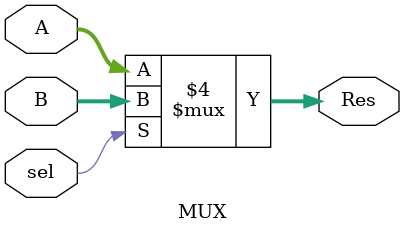
<source format=v>
`timescale 1ns / 1ps

module MUX #(parameter N = 31)(
    input [N:0] A,
    input [N:0] B,
    input sel,
    output reg [N:0] Res
);

always @(A,B,sel) begin
    if(sel == 0) Res = A;
    else Res = B;
end

endmodule

</source>
